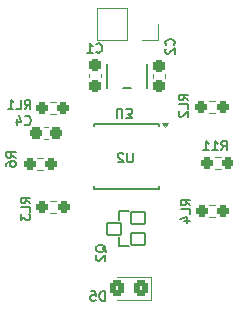
<source format=gbr>
G04 #@! TF.GenerationSoftware,KiCad,Pcbnew,8.0.1*
G04 #@! TF.CreationDate,2025-02-25T23:45:37-07:00*
G04 #@! TF.ProjectId,ColorSensing,436f6c6f-7253-4656-9e73-696e672e6b69,rev?*
G04 #@! TF.SameCoordinates,Original*
G04 #@! TF.FileFunction,Legend,Bot*
G04 #@! TF.FilePolarity,Positive*
%FSLAX46Y46*%
G04 Gerber Fmt 4.6, Leading zero omitted, Abs format (unit mm)*
G04 Created by KiCad (PCBNEW 8.0.1) date 2025-02-25 23:45:37*
%MOMM*%
%LPD*%
G01*
G04 APERTURE LIST*
G04 Aperture macros list*
%AMRoundRect*
0 Rectangle with rounded corners*
0 $1 Rounding radius*
0 $2 $3 $4 $5 $6 $7 $8 $9 X,Y pos of 4 corners*
0 Add a 4 corners polygon primitive as box body*
4,1,4,$2,$3,$4,$5,$6,$7,$8,$9,$2,$3,0*
0 Add four circle primitives for the rounded corners*
1,1,$1+$1,$2,$3*
1,1,$1+$1,$4,$5*
1,1,$1+$1,$6,$7*
1,1,$1+$1,$8,$9*
0 Add four rect primitives between the rounded corners*
20,1,$1+$1,$2,$3,$4,$5,0*
20,1,$1+$1,$4,$5,$6,$7,0*
20,1,$1+$1,$6,$7,$8,$9,0*
20,1,$1+$1,$8,$9,$2,$3,0*%
G04 Aperture macros list end*
%ADD10C,0.150000*%
%ADD11C,0.120000*%
%ADD12C,0.152400*%
%ADD13C,0.127000*%
%ADD14RoundRect,0.237500X0.300000X0.237500X-0.300000X0.237500X-0.300000X-0.237500X0.300000X-0.237500X0*%
%ADD15C,2.500000*%
%ADD16R,1.800000X1.800000*%
%ADD17C,1.800000*%
%ADD18R,0.508000X1.320800*%
%ADD19RoundRect,0.237500X0.237500X-0.300000X0.237500X0.300000X-0.237500X0.300000X-0.237500X-0.300000X0*%
%ADD20RoundRect,0.237500X-0.237500X0.300000X-0.237500X-0.300000X0.237500X-0.300000X0.237500X0.300000X0*%
%ADD21RoundRect,0.237500X0.250000X0.237500X-0.250000X0.237500X-0.250000X-0.237500X0.250000X-0.237500X0*%
%ADD22RoundRect,0.250000X0.325000X0.450000X-0.325000X0.450000X-0.325000X-0.450000X0.325000X-0.450000X0*%
%ADD23RoundRect,0.237500X-0.250000X-0.237500X0.250000X-0.237500X0.250000X0.237500X-0.250000X0.237500X0*%
%ADD24RoundRect,0.102000X-0.571500X0.508000X-0.571500X-0.508000X0.571500X-0.508000X0.571500X0.508000X0*%
%ADD25R,1.700000X0.650000*%
%ADD26R,1.700000X1.700000*%
%ADD27O,1.700000X1.700000*%
G04 APERTURE END LIST*
D10*
X118273332Y-78976104D02*
X118311428Y-79014200D01*
X118311428Y-79014200D02*
X118425713Y-79052295D01*
X118425713Y-79052295D02*
X118501904Y-79052295D01*
X118501904Y-79052295D02*
X118616190Y-79014200D01*
X118616190Y-79014200D02*
X118692380Y-78938009D01*
X118692380Y-78938009D02*
X118730475Y-78861819D01*
X118730475Y-78861819D02*
X118768571Y-78709438D01*
X118768571Y-78709438D02*
X118768571Y-78595152D01*
X118768571Y-78595152D02*
X118730475Y-78442771D01*
X118730475Y-78442771D02*
X118692380Y-78366580D01*
X118692380Y-78366580D02*
X118616190Y-78290390D01*
X118616190Y-78290390D02*
X118501904Y-78252295D01*
X118501904Y-78252295D02*
X118425713Y-78252295D01*
X118425713Y-78252295D02*
X118311428Y-78290390D01*
X118311428Y-78290390D02*
X118273332Y-78328485D01*
X117587618Y-78518961D02*
X117587618Y-79052295D01*
X117778094Y-78214200D02*
X117968571Y-78785628D01*
X117968571Y-78785628D02*
X117473332Y-78785628D01*
X126040476Y-78457704D02*
X126040476Y-77810085D01*
X126040476Y-77810085D02*
X126078571Y-77733895D01*
X126078571Y-77733895D02*
X126116666Y-77695800D01*
X126116666Y-77695800D02*
X126192857Y-77657704D01*
X126192857Y-77657704D02*
X126345238Y-77657704D01*
X126345238Y-77657704D02*
X126421428Y-77695800D01*
X126421428Y-77695800D02*
X126459523Y-77733895D01*
X126459523Y-77733895D02*
X126497619Y-77810085D01*
X126497619Y-77810085D02*
X126497619Y-78457704D01*
X126802380Y-78457704D02*
X127297618Y-78457704D01*
X127297618Y-78457704D02*
X127030952Y-78152942D01*
X127030952Y-78152942D02*
X127145237Y-78152942D01*
X127145237Y-78152942D02*
X127221428Y-78114847D01*
X127221428Y-78114847D02*
X127259523Y-78076752D01*
X127259523Y-78076752D02*
X127297618Y-78000561D01*
X127297618Y-78000561D02*
X127297618Y-77810085D01*
X127297618Y-77810085D02*
X127259523Y-77733895D01*
X127259523Y-77733895D02*
X127221428Y-77695800D01*
X127221428Y-77695800D02*
X127145237Y-77657704D01*
X127145237Y-77657704D02*
X126916666Y-77657704D01*
X126916666Y-77657704D02*
X126840475Y-77695800D01*
X126840475Y-77695800D02*
X126802380Y-77733895D01*
X124303332Y-72866104D02*
X124341428Y-72904200D01*
X124341428Y-72904200D02*
X124455713Y-72942295D01*
X124455713Y-72942295D02*
X124531904Y-72942295D01*
X124531904Y-72942295D02*
X124646190Y-72904200D01*
X124646190Y-72904200D02*
X124722380Y-72828009D01*
X124722380Y-72828009D02*
X124760475Y-72751819D01*
X124760475Y-72751819D02*
X124798571Y-72599438D01*
X124798571Y-72599438D02*
X124798571Y-72485152D01*
X124798571Y-72485152D02*
X124760475Y-72332771D01*
X124760475Y-72332771D02*
X124722380Y-72256580D01*
X124722380Y-72256580D02*
X124646190Y-72180390D01*
X124646190Y-72180390D02*
X124531904Y-72142295D01*
X124531904Y-72142295D02*
X124455713Y-72142295D01*
X124455713Y-72142295D02*
X124341428Y-72180390D01*
X124341428Y-72180390D02*
X124303332Y-72218485D01*
X123541428Y-72942295D02*
X123998571Y-72942295D01*
X123769999Y-72942295D02*
X123769999Y-72142295D01*
X123769999Y-72142295D02*
X123846190Y-72256580D01*
X123846190Y-72256580D02*
X123922380Y-72332771D01*
X123922380Y-72332771D02*
X123998571Y-72370866D01*
X130886104Y-72271667D02*
X130924200Y-72233571D01*
X130924200Y-72233571D02*
X130962295Y-72119286D01*
X130962295Y-72119286D02*
X130962295Y-72043095D01*
X130962295Y-72043095D02*
X130924200Y-71928809D01*
X130924200Y-71928809D02*
X130848009Y-71852619D01*
X130848009Y-71852619D02*
X130771819Y-71814524D01*
X130771819Y-71814524D02*
X130619438Y-71776428D01*
X130619438Y-71776428D02*
X130505152Y-71776428D01*
X130505152Y-71776428D02*
X130352771Y-71814524D01*
X130352771Y-71814524D02*
X130276580Y-71852619D01*
X130276580Y-71852619D02*
X130200390Y-71928809D01*
X130200390Y-71928809D02*
X130162295Y-72043095D01*
X130162295Y-72043095D02*
X130162295Y-72119286D01*
X130162295Y-72119286D02*
X130200390Y-72233571D01*
X130200390Y-72233571D02*
X130238485Y-72271667D01*
X130238485Y-72576428D02*
X130200390Y-72614524D01*
X130200390Y-72614524D02*
X130162295Y-72690714D01*
X130162295Y-72690714D02*
X130162295Y-72881190D01*
X130162295Y-72881190D02*
X130200390Y-72957381D01*
X130200390Y-72957381D02*
X130238485Y-72995476D01*
X130238485Y-72995476D02*
X130314676Y-73033571D01*
X130314676Y-73033571D02*
X130390866Y-73033571D01*
X130390866Y-73033571D02*
X130505152Y-72995476D01*
X130505152Y-72995476D02*
X130962295Y-72538333D01*
X130962295Y-72538333D02*
X130962295Y-73033571D01*
X132082295Y-76942857D02*
X131701342Y-76676190D01*
X132082295Y-76485714D02*
X131282295Y-76485714D01*
X131282295Y-76485714D02*
X131282295Y-76790476D01*
X131282295Y-76790476D02*
X131320390Y-76866666D01*
X131320390Y-76866666D02*
X131358485Y-76904761D01*
X131358485Y-76904761D02*
X131434676Y-76942857D01*
X131434676Y-76942857D02*
X131548961Y-76942857D01*
X131548961Y-76942857D02*
X131625152Y-76904761D01*
X131625152Y-76904761D02*
X131663247Y-76866666D01*
X131663247Y-76866666D02*
X131701342Y-76790476D01*
X131701342Y-76790476D02*
X131701342Y-76485714D01*
X132082295Y-77666666D02*
X132082295Y-77285714D01*
X132082295Y-77285714D02*
X131282295Y-77285714D01*
X131358485Y-77895237D02*
X131320390Y-77933333D01*
X131320390Y-77933333D02*
X131282295Y-78009523D01*
X131282295Y-78009523D02*
X131282295Y-78199999D01*
X131282295Y-78199999D02*
X131320390Y-78276190D01*
X131320390Y-78276190D02*
X131358485Y-78314285D01*
X131358485Y-78314285D02*
X131434676Y-78352380D01*
X131434676Y-78352380D02*
X131510866Y-78352380D01*
X131510866Y-78352380D02*
X131625152Y-78314285D01*
X131625152Y-78314285D02*
X132082295Y-77857142D01*
X132082295Y-77857142D02*
X132082295Y-78352380D01*
X118247142Y-77712295D02*
X118513809Y-77331342D01*
X118704285Y-77712295D02*
X118704285Y-76912295D01*
X118704285Y-76912295D02*
X118399523Y-76912295D01*
X118399523Y-76912295D02*
X118323333Y-76950390D01*
X118323333Y-76950390D02*
X118285238Y-76988485D01*
X118285238Y-76988485D02*
X118247142Y-77064676D01*
X118247142Y-77064676D02*
X118247142Y-77178961D01*
X118247142Y-77178961D02*
X118285238Y-77255152D01*
X118285238Y-77255152D02*
X118323333Y-77293247D01*
X118323333Y-77293247D02*
X118399523Y-77331342D01*
X118399523Y-77331342D02*
X118704285Y-77331342D01*
X117523333Y-77712295D02*
X117904285Y-77712295D01*
X117904285Y-77712295D02*
X117904285Y-76912295D01*
X116837619Y-77712295D02*
X117294762Y-77712295D01*
X117066190Y-77712295D02*
X117066190Y-76912295D01*
X117066190Y-76912295D02*
X117142381Y-77026580D01*
X117142381Y-77026580D02*
X117218571Y-77102771D01*
X117218571Y-77102771D02*
X117294762Y-77140866D01*
X118722295Y-85672857D02*
X118341342Y-85406190D01*
X118722295Y-85215714D02*
X117922295Y-85215714D01*
X117922295Y-85215714D02*
X117922295Y-85520476D01*
X117922295Y-85520476D02*
X117960390Y-85596666D01*
X117960390Y-85596666D02*
X117998485Y-85634761D01*
X117998485Y-85634761D02*
X118074676Y-85672857D01*
X118074676Y-85672857D02*
X118188961Y-85672857D01*
X118188961Y-85672857D02*
X118265152Y-85634761D01*
X118265152Y-85634761D02*
X118303247Y-85596666D01*
X118303247Y-85596666D02*
X118341342Y-85520476D01*
X118341342Y-85520476D02*
X118341342Y-85215714D01*
X118722295Y-86396666D02*
X118722295Y-86015714D01*
X118722295Y-86015714D02*
X117922295Y-86015714D01*
X117922295Y-86587142D02*
X117922295Y-87082380D01*
X117922295Y-87082380D02*
X118227057Y-86815714D01*
X118227057Y-86815714D02*
X118227057Y-86929999D01*
X118227057Y-86929999D02*
X118265152Y-87006190D01*
X118265152Y-87006190D02*
X118303247Y-87044285D01*
X118303247Y-87044285D02*
X118379438Y-87082380D01*
X118379438Y-87082380D02*
X118569914Y-87082380D01*
X118569914Y-87082380D02*
X118646104Y-87044285D01*
X118646104Y-87044285D02*
X118684200Y-87006190D01*
X118684200Y-87006190D02*
X118722295Y-86929999D01*
X118722295Y-86929999D02*
X118722295Y-86701428D01*
X118722295Y-86701428D02*
X118684200Y-86625237D01*
X118684200Y-86625237D02*
X118646104Y-86587142D01*
X117502295Y-81816667D02*
X117121342Y-81550000D01*
X117502295Y-81359524D02*
X116702295Y-81359524D01*
X116702295Y-81359524D02*
X116702295Y-81664286D01*
X116702295Y-81664286D02*
X116740390Y-81740476D01*
X116740390Y-81740476D02*
X116778485Y-81778571D01*
X116778485Y-81778571D02*
X116854676Y-81816667D01*
X116854676Y-81816667D02*
X116968961Y-81816667D01*
X116968961Y-81816667D02*
X117045152Y-81778571D01*
X117045152Y-81778571D02*
X117083247Y-81740476D01*
X117083247Y-81740476D02*
X117121342Y-81664286D01*
X117121342Y-81664286D02*
X117121342Y-81359524D01*
X116702295Y-82502381D02*
X116702295Y-82350000D01*
X116702295Y-82350000D02*
X116740390Y-82273809D01*
X116740390Y-82273809D02*
X116778485Y-82235714D01*
X116778485Y-82235714D02*
X116892771Y-82159524D01*
X116892771Y-82159524D02*
X117045152Y-82121428D01*
X117045152Y-82121428D02*
X117349914Y-82121428D01*
X117349914Y-82121428D02*
X117426104Y-82159524D01*
X117426104Y-82159524D02*
X117464200Y-82197619D01*
X117464200Y-82197619D02*
X117502295Y-82273809D01*
X117502295Y-82273809D02*
X117502295Y-82426190D01*
X117502295Y-82426190D02*
X117464200Y-82502381D01*
X117464200Y-82502381D02*
X117426104Y-82540476D01*
X117426104Y-82540476D02*
X117349914Y-82578571D01*
X117349914Y-82578571D02*
X117159438Y-82578571D01*
X117159438Y-82578571D02*
X117083247Y-82540476D01*
X117083247Y-82540476D02*
X117045152Y-82502381D01*
X117045152Y-82502381D02*
X117007057Y-82426190D01*
X117007057Y-82426190D02*
X117007057Y-82273809D01*
X117007057Y-82273809D02*
X117045152Y-82197619D01*
X117045152Y-82197619D02*
X117083247Y-82159524D01*
X117083247Y-82159524D02*
X117159438Y-82121428D01*
X125010475Y-93932295D02*
X125010475Y-93132295D01*
X125010475Y-93132295D02*
X124819999Y-93132295D01*
X124819999Y-93132295D02*
X124705713Y-93170390D01*
X124705713Y-93170390D02*
X124629523Y-93246580D01*
X124629523Y-93246580D02*
X124591428Y-93322771D01*
X124591428Y-93322771D02*
X124553332Y-93475152D01*
X124553332Y-93475152D02*
X124553332Y-93589438D01*
X124553332Y-93589438D02*
X124591428Y-93741819D01*
X124591428Y-93741819D02*
X124629523Y-93818009D01*
X124629523Y-93818009D02*
X124705713Y-93894200D01*
X124705713Y-93894200D02*
X124819999Y-93932295D01*
X124819999Y-93932295D02*
X125010475Y-93932295D01*
X123829523Y-93132295D02*
X124210475Y-93132295D01*
X124210475Y-93132295D02*
X124248571Y-93513247D01*
X124248571Y-93513247D02*
X124210475Y-93475152D01*
X124210475Y-93475152D02*
X124134285Y-93437057D01*
X124134285Y-93437057D02*
X123943809Y-93437057D01*
X123943809Y-93437057D02*
X123867618Y-93475152D01*
X123867618Y-93475152D02*
X123829523Y-93513247D01*
X123829523Y-93513247D02*
X123791428Y-93589438D01*
X123791428Y-93589438D02*
X123791428Y-93779914D01*
X123791428Y-93779914D02*
X123829523Y-93856104D01*
X123829523Y-93856104D02*
X123867618Y-93894200D01*
X123867618Y-93894200D02*
X123943809Y-93932295D01*
X123943809Y-93932295D02*
X124134285Y-93932295D01*
X124134285Y-93932295D02*
X124210475Y-93894200D01*
X124210475Y-93894200D02*
X124248571Y-93856104D01*
X134894285Y-81192295D02*
X135160952Y-80811342D01*
X135351428Y-81192295D02*
X135351428Y-80392295D01*
X135351428Y-80392295D02*
X135046666Y-80392295D01*
X135046666Y-80392295D02*
X134970476Y-80430390D01*
X134970476Y-80430390D02*
X134932381Y-80468485D01*
X134932381Y-80468485D02*
X134894285Y-80544676D01*
X134894285Y-80544676D02*
X134894285Y-80658961D01*
X134894285Y-80658961D02*
X134932381Y-80735152D01*
X134932381Y-80735152D02*
X134970476Y-80773247D01*
X134970476Y-80773247D02*
X135046666Y-80811342D01*
X135046666Y-80811342D02*
X135351428Y-80811342D01*
X134132381Y-81192295D02*
X134589524Y-81192295D01*
X134360952Y-81192295D02*
X134360952Y-80392295D01*
X134360952Y-80392295D02*
X134437143Y-80506580D01*
X134437143Y-80506580D02*
X134513333Y-80582771D01*
X134513333Y-80582771D02*
X134589524Y-80620866D01*
X133370476Y-81192295D02*
X133827619Y-81192295D01*
X133599047Y-81192295D02*
X133599047Y-80392295D01*
X133599047Y-80392295D02*
X133675238Y-80506580D01*
X133675238Y-80506580D02*
X133751428Y-80582771D01*
X133751428Y-80582771D02*
X133827619Y-80620866D01*
X125144485Y-89808809D02*
X125106390Y-89732619D01*
X125106390Y-89732619D02*
X125030200Y-89656428D01*
X125030200Y-89656428D02*
X124915914Y-89542142D01*
X124915914Y-89542142D02*
X124877819Y-89465952D01*
X124877819Y-89465952D02*
X124877819Y-89389761D01*
X125068295Y-89427857D02*
X125030200Y-89351666D01*
X125030200Y-89351666D02*
X124954009Y-89275476D01*
X124954009Y-89275476D02*
X124801628Y-89237380D01*
X124801628Y-89237380D02*
X124534961Y-89237380D01*
X124534961Y-89237380D02*
X124382580Y-89275476D01*
X124382580Y-89275476D02*
X124306390Y-89351666D01*
X124306390Y-89351666D02*
X124268295Y-89427857D01*
X124268295Y-89427857D02*
X124268295Y-89580238D01*
X124268295Y-89580238D02*
X124306390Y-89656428D01*
X124306390Y-89656428D02*
X124382580Y-89732619D01*
X124382580Y-89732619D02*
X124534961Y-89770714D01*
X124534961Y-89770714D02*
X124801628Y-89770714D01*
X124801628Y-89770714D02*
X124954009Y-89732619D01*
X124954009Y-89732619D02*
X125030200Y-89656428D01*
X125030200Y-89656428D02*
X125068295Y-89580238D01*
X125068295Y-89580238D02*
X125068295Y-89427857D01*
X124344485Y-90075475D02*
X124306390Y-90113571D01*
X124306390Y-90113571D02*
X124268295Y-90189761D01*
X124268295Y-90189761D02*
X124268295Y-90380237D01*
X124268295Y-90380237D02*
X124306390Y-90456428D01*
X124306390Y-90456428D02*
X124344485Y-90494523D01*
X124344485Y-90494523D02*
X124420676Y-90532618D01*
X124420676Y-90532618D02*
X124496866Y-90532618D01*
X124496866Y-90532618D02*
X124611152Y-90494523D01*
X124611152Y-90494523D02*
X125068295Y-90037380D01*
X125068295Y-90037380D02*
X125068295Y-90532618D01*
X132272295Y-85862857D02*
X131891342Y-85596190D01*
X132272295Y-85405714D02*
X131472295Y-85405714D01*
X131472295Y-85405714D02*
X131472295Y-85710476D01*
X131472295Y-85710476D02*
X131510390Y-85786666D01*
X131510390Y-85786666D02*
X131548485Y-85824761D01*
X131548485Y-85824761D02*
X131624676Y-85862857D01*
X131624676Y-85862857D02*
X131738961Y-85862857D01*
X131738961Y-85862857D02*
X131815152Y-85824761D01*
X131815152Y-85824761D02*
X131853247Y-85786666D01*
X131853247Y-85786666D02*
X131891342Y-85710476D01*
X131891342Y-85710476D02*
X131891342Y-85405714D01*
X132272295Y-86586666D02*
X132272295Y-86205714D01*
X132272295Y-86205714D02*
X131472295Y-86205714D01*
X131738961Y-87196190D02*
X132272295Y-87196190D01*
X131434200Y-87005714D02*
X132005628Y-86815237D01*
X132005628Y-86815237D02*
X132005628Y-87310476D01*
X127389523Y-81422295D02*
X127389523Y-82069914D01*
X127389523Y-82069914D02*
X127351428Y-82146104D01*
X127351428Y-82146104D02*
X127313333Y-82184200D01*
X127313333Y-82184200D02*
X127237142Y-82222295D01*
X127237142Y-82222295D02*
X127084761Y-82222295D01*
X127084761Y-82222295D02*
X127008571Y-82184200D01*
X127008571Y-82184200D02*
X126970476Y-82146104D01*
X126970476Y-82146104D02*
X126932380Y-82069914D01*
X126932380Y-82069914D02*
X126932380Y-81422295D01*
X126589524Y-81498485D02*
X126551428Y-81460390D01*
X126551428Y-81460390D02*
X126475238Y-81422295D01*
X126475238Y-81422295D02*
X126284762Y-81422295D01*
X126284762Y-81422295D02*
X126208571Y-81460390D01*
X126208571Y-81460390D02*
X126170476Y-81498485D01*
X126170476Y-81498485D02*
X126132381Y-81574676D01*
X126132381Y-81574676D02*
X126132381Y-81650866D01*
X126132381Y-81650866D02*
X126170476Y-81765152D01*
X126170476Y-81765152D02*
X126627619Y-82222295D01*
X126627619Y-82222295D02*
X126132381Y-82222295D01*
D11*
X119886233Y-79190000D02*
X120178767Y-79190000D01*
X119886233Y-80210000D02*
X120178767Y-80210000D01*
D12*
X125243600Y-73896700D02*
X125243600Y-75954100D01*
X126556739Y-75954100D02*
X127283261Y-75954100D01*
X128596400Y-75954100D02*
X128596400Y-73896700D01*
D11*
X123650000Y-74711233D02*
X123650000Y-75003767D01*
X124670000Y-74711233D02*
X124670000Y-75003767D01*
X129140000Y-75063767D02*
X129140000Y-74771233D01*
X130160000Y-75063767D02*
X130160000Y-74771233D01*
X133872776Y-77017500D02*
X134382224Y-77017500D01*
X133872776Y-78062500D02*
X134382224Y-78062500D01*
X120362776Y-77087500D02*
X120872224Y-77087500D01*
X120362776Y-78132500D02*
X120872224Y-78132500D01*
X120382776Y-85487500D02*
X120892224Y-85487500D01*
X120382776Y-86532500D02*
X120892224Y-86532500D01*
X119322776Y-81857500D02*
X119832224Y-81857500D01*
X119322776Y-82902500D02*
X119832224Y-82902500D01*
X126065000Y-93840000D02*
X128925000Y-93840000D01*
X128925000Y-91920000D02*
X126065000Y-91920000D01*
X128925000Y-93840000D02*
X128925000Y-91920000D01*
X134837224Y-81747500D02*
X134327776Y-81747500D01*
X134837224Y-82792500D02*
X134327776Y-82792500D01*
D13*
X126195000Y-86363500D02*
X126195000Y-87125500D01*
X126195000Y-88522500D02*
X126195000Y-89284500D01*
X126195000Y-89284500D02*
X127084000Y-89284500D01*
X127084000Y-86363500D02*
X126195000Y-86363500D01*
D11*
X133877776Y-85787500D02*
X134387224Y-85787500D01*
X133877776Y-86832500D02*
X134387224Y-86832500D01*
D10*
X124090000Y-78930000D02*
X129590000Y-78930000D01*
X124090000Y-79135000D02*
X124090000Y-78930000D01*
X124090000Y-84235000D02*
X124090000Y-84440000D01*
X124090000Y-84440000D02*
X129590000Y-84440000D01*
X129590000Y-79135000D02*
X129590000Y-78930000D01*
X129590000Y-84235000D02*
X129590000Y-84440000D01*
D11*
X130140000Y-79185000D02*
X129900000Y-78855000D01*
X130380000Y-78855000D01*
X130140000Y-79185000D01*
G36*
X130140000Y-79185000D02*
G01*
X129900000Y-78855000D01*
X130380000Y-78855000D01*
X130140000Y-79185000D01*
G37*
X129545000Y-71830000D02*
X128215000Y-71830000D01*
X129545000Y-70500000D02*
X129545000Y-71830000D01*
X126945000Y-69170000D02*
X126945000Y-71830000D01*
X124345000Y-71830000D02*
X126945000Y-71830000D01*
X124345000Y-69170000D02*
X126945000Y-69170000D01*
X124345000Y-69170000D02*
X124345000Y-71830000D01*
%LPC*%
D14*
X120895000Y-79700000D03*
X119170000Y-79700000D03*
D15*
X135000000Y-93640000D03*
D16*
X132500000Y-88780000D03*
D17*
X135040000Y-88780000D03*
D15*
X118500000Y-70000000D03*
D16*
X119000000Y-75000000D03*
D17*
X121540000Y-75000000D03*
D16*
X119000000Y-88780000D03*
D17*
X121540000Y-88780000D03*
D15*
X118500000Y-93640000D03*
X135000000Y-70000000D03*
D16*
X132500000Y-75000000D03*
D17*
X135040000Y-75000000D03*
D18*
X125969999Y-73630000D03*
X126920000Y-73630000D03*
X127870001Y-73630000D03*
X127870001Y-76220800D03*
X125969999Y-76220800D03*
D19*
X124160000Y-75720000D03*
X124160000Y-73995000D03*
D20*
X129650000Y-74055000D03*
X129650000Y-75780000D03*
D21*
X135040000Y-77540000D03*
X133215000Y-77540000D03*
X121530000Y-77610000D03*
X119705000Y-77610000D03*
X121550000Y-86010000D03*
X119725000Y-86010000D03*
X120490000Y-82380000D03*
X118665000Y-82380000D03*
D22*
X128090000Y-92880000D03*
X126040000Y-92880000D03*
D23*
X133670000Y-82270000D03*
X135495000Y-82270000D03*
D24*
X127846000Y-86935000D03*
X127846000Y-88713000D03*
X125814000Y-87824000D03*
D21*
X135045000Y-86310000D03*
X133220000Y-86310000D03*
D25*
X130490000Y-79780000D03*
X130490000Y-81050000D03*
X130490000Y-82320000D03*
X130490000Y-83590000D03*
X123190000Y-83590000D03*
X123190000Y-82320000D03*
X123190000Y-81050000D03*
X123190000Y-79780000D03*
D26*
X128215000Y-70500000D03*
D27*
X125675000Y-70500000D03*
%LPD*%
M02*

</source>
